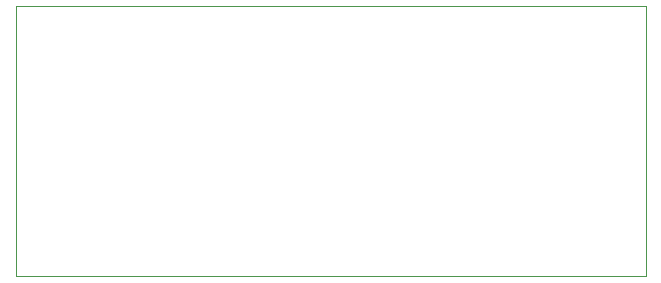
<source format=gko>
G75*
%MOIN*%
%OFA0B0*%
%FSLAX25Y25*%
%IPPOS*%
%LPD*%
%AMOC8*
5,1,8,0,0,1.08239X$1,22.5*
%
%ADD10C,0.00000*%
D10*
X0001387Y0001000D02*
X0001387Y0091000D01*
X0211387Y0091000D01*
X0211387Y0001000D01*
X0001387Y0001000D01*
M02*

</source>
